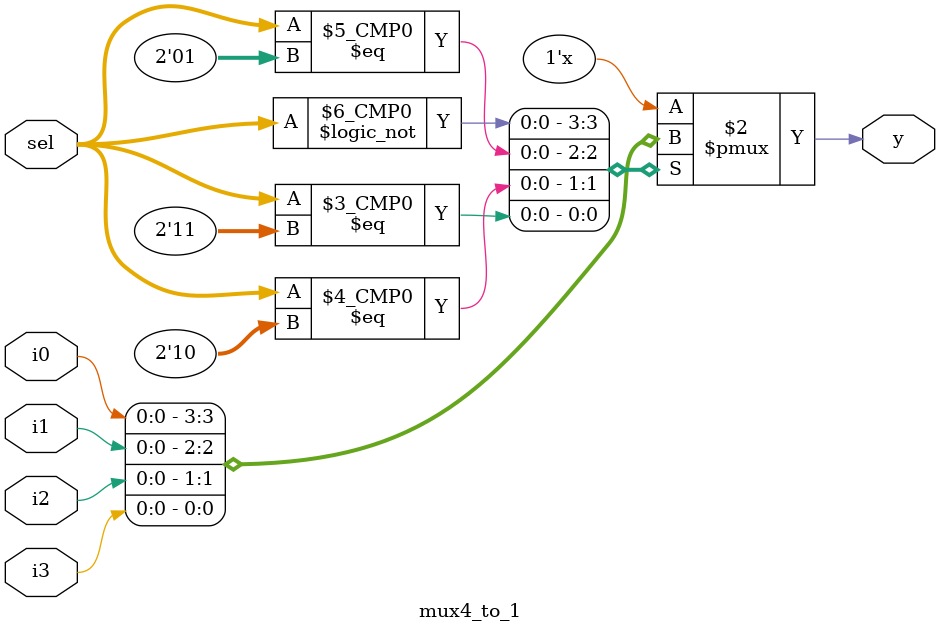
<source format=v>
module mux4_to_1 (
  input i0,
  input i1,
  input i2,
  input i3,
  input [1:0] sel,
  output reg y
);

always @(*) begin
  case (sel)
    2'b00: y = i0;
    2'b01: y = i1;
    2'b10: y = i2;
    2'b11: y = i3;
    default: y = 1'b0;
  endcase
end

endmodule

</source>
